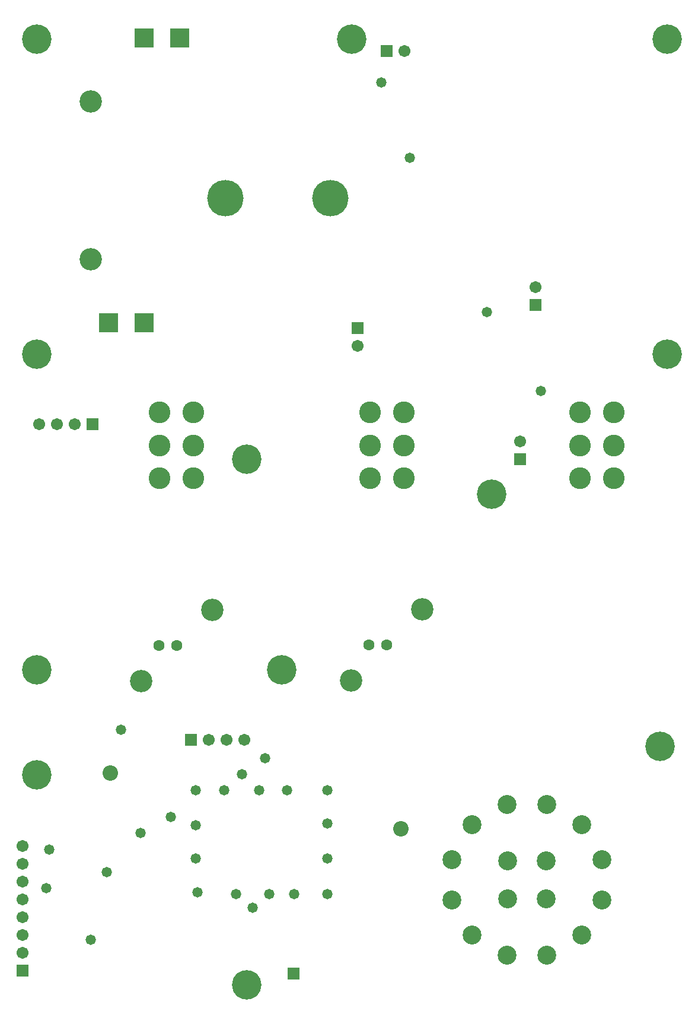
<source format=gbs>
G04*
G04 #@! TF.GenerationSoftware,Altium Limited,CircuitStudio,1.5.2 (30)*
G04*
G04 Layer_Color=8150272*
%FSLAX25Y25*%
%MOIN*%
G70*
G01*
G75*
%ADD73R,0.06706X0.06706*%
%ADD74C,0.06706*%
%ADD75R,0.06706X0.06706*%
%ADD76C,0.12217*%
%ADD77C,0.12611*%
%ADD78C,0.06312*%
%ADD79C,0.16548*%
%ADD80R,0.10642X0.10642*%
%ADD81R,0.10642X0.10642*%
%ADD82C,0.20485*%
%ADD83C,0.10642*%
%ADD84C,0.08674*%
%ADD85C,0.05800*%
D73*
X216535Y544291D02*
D03*
X106299Y157480D02*
D03*
X51181Y334646D02*
D03*
D74*
X226535Y544291D02*
D03*
X11811Y37559D02*
D03*
Y47559D02*
D03*
Y57559D02*
D03*
Y67559D02*
D03*
Y77559D02*
D03*
Y87559D02*
D03*
Y97559D02*
D03*
X116299Y157480D02*
D03*
X126299D02*
D03*
X136299D02*
D03*
X300000Y411811D02*
D03*
X291339Y324961D02*
D03*
X41181Y334646D02*
D03*
X31181D02*
D03*
X21181D02*
D03*
X200000Y378760D02*
D03*
D75*
X11811Y27559D02*
D03*
X164000Y26000D02*
D03*
X300000Y401811D02*
D03*
X291339Y314961D02*
D03*
X200000Y388760D02*
D03*
D76*
X226043Y341339D02*
D03*
Y322835D02*
D03*
Y304331D02*
D03*
X207028Y341339D02*
D03*
Y322835D02*
D03*
Y304331D02*
D03*
X88917D02*
D03*
Y322835D02*
D03*
Y341339D02*
D03*
X107933Y304331D02*
D03*
Y322835D02*
D03*
Y341339D02*
D03*
X344153D02*
D03*
Y322835D02*
D03*
Y304331D02*
D03*
X325138Y341339D02*
D03*
Y322835D02*
D03*
Y304331D02*
D03*
D77*
X196535Y190630D02*
D03*
X236535Y230630D02*
D03*
X118425Y230472D02*
D03*
X78425Y190472D02*
D03*
X50000Y516102D02*
D03*
Y427520D02*
D03*
D78*
X206535Y210630D02*
D03*
X216535D02*
D03*
X98425Y210472D02*
D03*
X88425D02*
D03*
D79*
X275590Y295276D02*
D03*
X157480Y196850D02*
D03*
X137795Y314961D02*
D03*
X19685Y137795D02*
D03*
X137795Y19685D02*
D03*
X19685Y196850D02*
D03*
X370079Y153543D02*
D03*
X196850Y551181D02*
D03*
X374016Y374016D02*
D03*
Y551181D02*
D03*
X19685Y374016D02*
D03*
Y551181D02*
D03*
D80*
X80000Y391811D02*
D03*
X60000D02*
D03*
D81*
X100000Y551811D02*
D03*
X80000D02*
D03*
D82*
X184772Y461811D02*
D03*
X125716D02*
D03*
D83*
X284559Y89457D02*
D03*
X305992Y68024D02*
D03*
Y89457D02*
D03*
X253063Y90051D02*
D03*
X264374Y109642D02*
D03*
X283965Y120953D02*
D03*
X306587D02*
D03*
X326177Y109642D02*
D03*
X337488Y90051D02*
D03*
Y67429D02*
D03*
X326177Y47839D02*
D03*
X306587Y36528D02*
D03*
X283965D02*
D03*
X264374Y47839D02*
D03*
X253063Y67429D02*
D03*
X284559Y68024D02*
D03*
D84*
X61024Y138779D02*
D03*
X224410Y107283D02*
D03*
D85*
X272638Y397638D02*
D03*
X229331Y484252D02*
D03*
X213583Y526575D02*
D03*
X59000Y83000D02*
D03*
X50000Y45000D02*
D03*
X25000Y74000D02*
D03*
X26654Y95653D02*
D03*
X78000Y105000D02*
D03*
X148000Y147000D02*
D03*
X141000Y63000D02*
D03*
X135000Y138000D02*
D03*
X95000Y114000D02*
D03*
X303000Y353331D02*
D03*
X67000Y163000D02*
D03*
X144685Y128937D02*
D03*
X160433D02*
D03*
X183071D02*
D03*
X125000D02*
D03*
X109252D02*
D03*
Y109252D02*
D03*
X110236Y71850D02*
D03*
X109252Y90551D02*
D03*
X183071D02*
D03*
Y70866D02*
D03*
X164370D02*
D03*
X131890D02*
D03*
X150591D02*
D03*
X183071Y110236D02*
D03*
M02*

</source>
